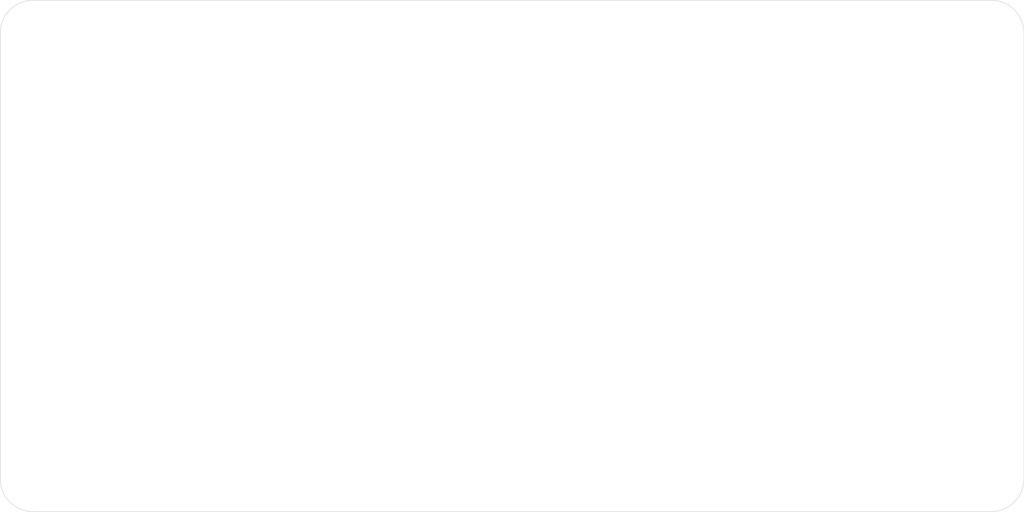
<source format=kicad_pcb>
(kicad_pcb (version 20171130) (host pcbnew 5.1.8)

  (general
    (thickness 1.6)
    (drawings 8)
    (tracks 0)
    (zones 0)
    (modules 4)
    (nets 1)
  )

  (page A4)
  (layers
    (0 F.Cu signal)
    (31 B.Cu signal)
    (32 B.Adhes user hide)
    (33 F.Adhes user hide)
    (34 B.Paste user hide)
    (35 F.Paste user hide)
    (36 B.SilkS user)
    (37 F.SilkS user)
    (38 B.Mask user hide)
    (39 F.Mask user hide)
    (40 Dwgs.User user)
    (41 Cmts.User user)
    (42 Eco1.User user hide)
    (43 Eco2.User user hide)
    (44 Edge.Cuts user)
    (45 Margin user hide)
    (46 B.CrtYd user)
    (47 F.CrtYd user)
    (48 B.Fab user hide)
    (49 F.Fab user hide)
  )

  (setup
    (last_trace_width 0.25)
    (user_trace_width 0.254)
    (user_trace_width 0.508)
    (trace_clearance 0.2)
    (zone_clearance 0.508)
    (zone_45_only yes)
    (trace_min 0.2)
    (via_size 0.8)
    (via_drill 0.4)
    (via_min_size 0.4)
    (via_min_drill 0.3)
    (uvia_size 0.3)
    (uvia_drill 0.1)
    (uvias_allowed no)
    (uvia_min_size 0.2)
    (uvia_min_drill 0.1)
    (edge_width 0.05)
    (segment_width 0.2)
    (pcb_text_width 0.3)
    (pcb_text_size 1.5 1.5)
    (mod_edge_width 0.12)
    (mod_text_size 1 1)
    (mod_text_width 0.15)
    (pad_size 1 4.4)
    (pad_drill 0.6)
    (pad_to_mask_clearance 0)
    (aux_axis_origin 0 0)
    (visible_elements FFFFFF7F)
    (pcbplotparams
      (layerselection 0x010f0_ffffffff)
      (usegerberextensions false)
      (usegerberattributes true)
      (usegerberadvancedattributes true)
      (creategerberjobfile false)
      (excludeedgelayer true)
      (linewidth 0.100000)
      (plotframeref false)
      (viasonmask false)
      (mode 1)
      (useauxorigin false)
      (hpglpennumber 1)
      (hpglpenspeed 20)
      (hpglpendiameter 15.000000)
      (psnegative false)
      (psa4output false)
      (plotreference false)
      (plotvalue false)
      (plotinvisibletext false)
      (padsonsilk false)
      (subtractmaskfromsilk false)
      (outputformat 1)
      (mirror false)
      (drillshape 0)
      (scaleselection 1)
      (outputdirectory "gerber/"))
  )

  (net 0 "")

  (net_class Default "This is the default net class."
    (clearance 0.2)
    (trace_width 0.25)
    (via_dia 0.8)
    (via_drill 0.4)
    (uvia_dia 0.3)
    (uvia_drill 0.1)
  )

  (module MountingHole:MountingHole_2.2mm_M2 (layer F.Cu) (tedit 56D1B4CB) (tstamp 601B9C80)
    (at 70 23)
    (descr "Mounting Hole 2.2mm, no annular, M2")
    (tags "mounting hole 2.2mm no annular m2")
    (attr virtual)
    (fp_text reference REF** (at 0 -3.2) (layer F.SilkS) hide
      (effects (font (size 1 1) (thickness 0.15)))
    )
    (fp_text value MountingHole_2.2mm_M2 (at 0 3.2) (layer F.Fab)
      (effects (font (size 1 1) (thickness 0.15)))
    )
    (fp_circle (center 0 0) (end 2.2 0) (layer Cmts.User) (width 0.15))
    (fp_circle (center 0 0) (end 2.45 0) (layer F.CrtYd) (width 0.05))
    (fp_text user %R (at 0.3 0) (layer F.Fab)
      (effects (font (size 1 1) (thickness 0.15)))
    )
    (pad 1 np_thru_hole circle (at 0 0) (size 2.2 2.2) (drill 2.2) (layers *.Cu *.Mask))
  )

  (module MountingHole:MountingHole_2.2mm_M2 (layer F.Cu) (tedit 56D1B4CB) (tstamp 601B9C80)
    (at 70 64)
    (descr "Mounting Hole 2.2mm, no annular, M2")
    (tags "mounting hole 2.2mm no annular m2")
    (attr virtual)
    (fp_text reference REF** (at 0 -3.2) (layer F.SilkS) hide
      (effects (font (size 1 1) (thickness 0.15)))
    )
    (fp_text value MountingHole_2.2mm_M2 (at 0 3.2) (layer F.Fab)
      (effects (font (size 1 1) (thickness 0.15)))
    )
    (fp_circle (center 0 0) (end 2.2 0) (layer Cmts.User) (width 0.15))
    (fp_circle (center 0 0) (end 2.45 0) (layer F.CrtYd) (width 0.05))
    (fp_text user %R (at 0.3 0) (layer F.Fab)
      (effects (font (size 1 1) (thickness 0.15)))
    )
    (pad 1 np_thru_hole circle (at 0 0) (size 2.2 2.2) (drill 2.2) (layers *.Cu *.Mask))
  )

  (module MountingHole:MountingHole_2.2mm_M2 (layer F.Cu) (tedit 56D1B4CB) (tstamp 601B9C4C)
    (at 158 64)
    (descr "Mounting Hole 2.2mm, no annular, M2")
    (tags "mounting hole 2.2mm no annular m2")
    (attr virtual)
    (fp_text reference REF** (at 0 -3.2) (layer F.SilkS) hide
      (effects (font (size 1 1) (thickness 0.15)))
    )
    (fp_text value MountingHole_2.2mm_M2 (at 0 3.2) (layer F.Fab)
      (effects (font (size 1 1) (thickness 0.15)))
    )
    (fp_circle (center 0 0) (end 2.2 0) (layer Cmts.User) (width 0.15))
    (fp_circle (center 0 0) (end 2.45 0) (layer F.CrtYd) (width 0.05))
    (fp_text user %R (at 0.3 0) (layer F.Fab)
      (effects (font (size 1 1) (thickness 0.15)))
    )
    (pad 1 np_thru_hole circle (at 0 0) (size 2.2 2.2) (drill 2.2) (layers *.Cu *.Mask))
  )

  (module MountingHole:MountingHole_2.2mm_M2 (layer F.Cu) (tedit 56D1B4CB) (tstamp 601B9BBC)
    (at 158 23)
    (descr "Mounting Hole 2.2mm, no annular, M2")
    (tags "mounting hole 2.2mm no annular m2")
    (attr virtual)
    (fp_text reference REF** (at 0 -3.2) (layer F.SilkS) hide
      (effects (font (size 1 1) (thickness 0.15)))
    )
    (fp_text value MountingHole_2.2mm_M2 (at 0 3.2) (layer F.Fab)
      (effects (font (size 1 1) (thickness 0.15)))
    )
    (fp_circle (center 0 0) (end 2.2 0) (layer Cmts.User) (width 0.15))
    (fp_circle (center 0 0) (end 2.45 0) (layer F.CrtYd) (width 0.05))
    (fp_text user %R (at 0.3 0) (layer F.Fab)
      (effects (font (size 1 1) (thickness 0.15)))
    )
    (pad 1 np_thru_hole circle (at 0 0) (size 2.2 2.2) (drill 2.2) (layers *.Cu *.Mask))
  )

  (gr_arc (start 158 23) (end 161 23) (angle -90) (layer Edge.Cuts) (width 0.05))
  (gr_line (start 70 20) (end 158 20) (layer Edge.Cuts) (width 0.05))
  (gr_arc (start 70 23) (end 70 20) (angle -90) (layer Edge.Cuts) (width 0.05))
  (gr_arc (start 158 64) (end 158 67) (angle -90) (layer Edge.Cuts) (width 0.05))
  (gr_arc (start 70 64) (end 67 64) (angle -90) (layer Edge.Cuts) (width 0.05))
  (gr_line (start 67 64) (end 67 23) (layer Edge.Cuts) (width 0.05) (tstamp 5FD8FF25))
  (gr_line (start 158 67) (end 70 67) (layer Edge.Cuts) (width 0.05))
  (gr_line (start 161 23) (end 161 64) (layer Edge.Cuts) (width 0.05))

)

</source>
